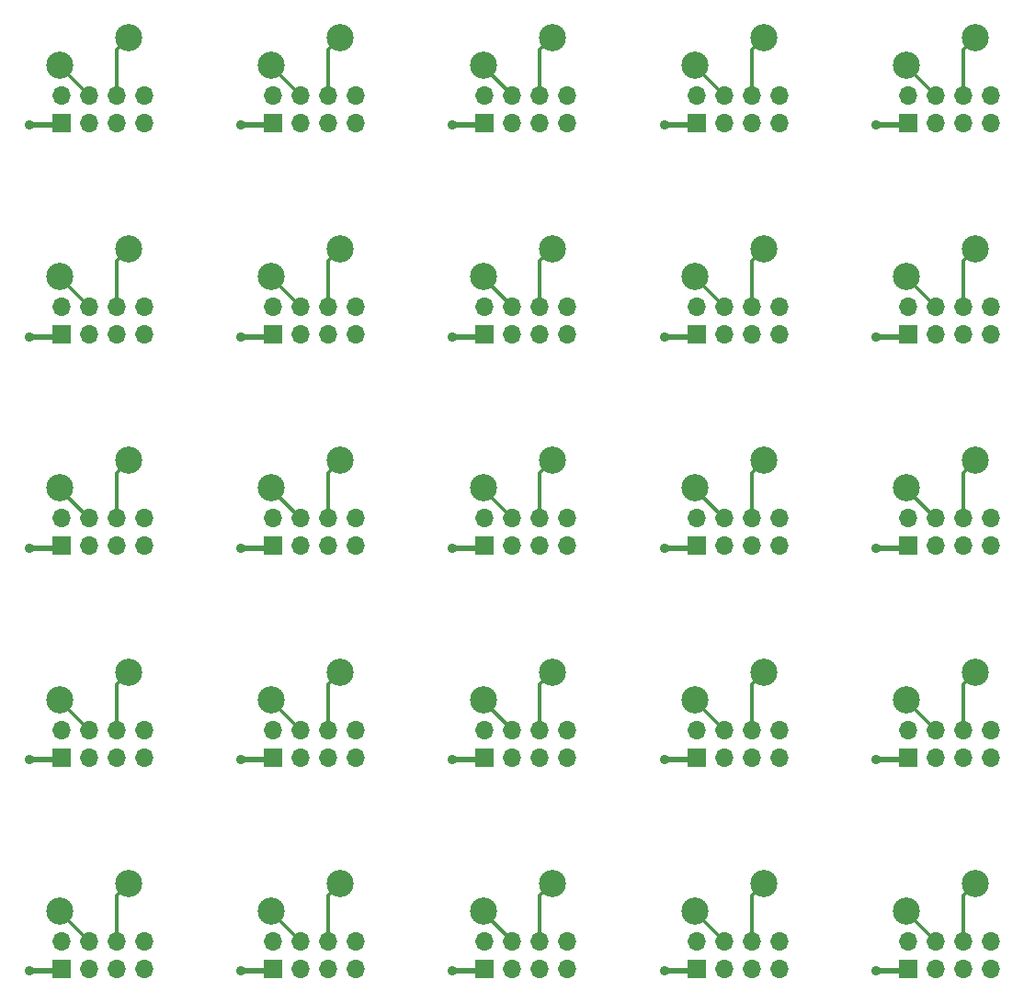
<source format=gbl>
G04 #@! TF.GenerationSoftware,KiCad,Pcbnew,8.0.0-8.0.0-1~ubuntu22.04.1*
G04 #@! TF.CreationDate,2024-03-04T18:16:00+01:00*
G04 #@! TF.ProjectId,1x1_panel,3178315f-7061-46e6-956c-2e6b69636164,rev?*
G04 #@! TF.SameCoordinates,Original*
G04 #@! TF.FileFunction,Copper,L2,Bot*
G04 #@! TF.FilePolarity,Positive*
%FSLAX46Y46*%
G04 Gerber Fmt 4.6, Leading zero omitted, Abs format (unit mm)*
G04 Created by KiCad (PCBNEW 8.0.0-8.0.0-1~ubuntu22.04.1) date 2024-03-04 18:16:00*
%MOMM*%
%LPD*%
G01*
G04 APERTURE LIST*
G04 #@! TA.AperFunction,ComponentPad*
%ADD10R,1.700000X1.700000*%
G04 #@! TD*
G04 #@! TA.AperFunction,ComponentPad*
%ADD11O,1.700000X1.700000*%
G04 #@! TD*
G04 #@! TA.AperFunction,ComponentPad*
%ADD12C,2.500000*%
G04 #@! TD*
G04 #@! TA.AperFunction,ViaPad*
%ADD13C,0.900000*%
G04 #@! TD*
G04 #@! TA.AperFunction,Conductor*
%ADD14C,0.500000*%
G04 #@! TD*
G04 #@! TA.AperFunction,Conductor*
%ADD15C,0.300000*%
G04 #@! TD*
G04 APERTURE END LIST*
D10*
X23950000Y-9540000D03*
D11*
X23950000Y-7000000D03*
X26490000Y-9540000D03*
X26490000Y-7000000D03*
X29030000Y-9540000D03*
X29030000Y-7000000D03*
X31570000Y-9540000D03*
X31570000Y-7000000D03*
D12*
X23815000Y-4210000D03*
X30165000Y-1670000D03*
D10*
X82450000Y-87540000D03*
D11*
X82450000Y-85000000D03*
X84990000Y-87540000D03*
X84990000Y-85000000D03*
X87530000Y-87540000D03*
X87530000Y-85000000D03*
X90070000Y-87540000D03*
X90070000Y-85000000D03*
D12*
X82315000Y-82210000D03*
X88665000Y-79670000D03*
D10*
X62950000Y-87540000D03*
D11*
X62950000Y-85000000D03*
X65490000Y-87540000D03*
X65490000Y-85000000D03*
X68030000Y-87540000D03*
X68030000Y-85000000D03*
X70570000Y-87540000D03*
X70570000Y-85000000D03*
D12*
X62815000Y-82210000D03*
X69165000Y-79670000D03*
D10*
X43450000Y-87540000D03*
D11*
X43450000Y-85000000D03*
X45990000Y-87540000D03*
X45990000Y-85000000D03*
X48530000Y-87540000D03*
X48530000Y-85000000D03*
X51070000Y-87540000D03*
X51070000Y-85000000D03*
D12*
X43315000Y-82210000D03*
X49665000Y-79670000D03*
D10*
X23950000Y-87540000D03*
D11*
X23950000Y-85000000D03*
X26490000Y-87540000D03*
X26490000Y-85000000D03*
X29030000Y-87540000D03*
X29030000Y-85000000D03*
X31570000Y-87540000D03*
X31570000Y-85000000D03*
D12*
X23815000Y-82210000D03*
X30165000Y-79670000D03*
D10*
X4450000Y-87540000D03*
D11*
X4450000Y-85000000D03*
X6990000Y-87540000D03*
X6990000Y-85000000D03*
X9530000Y-87540000D03*
X9530000Y-85000000D03*
X12070000Y-87540000D03*
X12070000Y-85000000D03*
D12*
X4315000Y-82210000D03*
X10665000Y-79670000D03*
D10*
X82450000Y-68040000D03*
D11*
X82450000Y-65500000D03*
X84990000Y-68040000D03*
X84990000Y-65500000D03*
X87530000Y-68040000D03*
X87530000Y-65500000D03*
X90070000Y-68040000D03*
X90070000Y-65500000D03*
D12*
X82315000Y-62710000D03*
X88665000Y-60170000D03*
D10*
X62950000Y-68040000D03*
D11*
X62950000Y-65500000D03*
X65490000Y-68040000D03*
X65490000Y-65500000D03*
X68030000Y-68040000D03*
X68030000Y-65500000D03*
X70570000Y-68040000D03*
X70570000Y-65500000D03*
D12*
X62815000Y-62710000D03*
X69165000Y-60170000D03*
D10*
X43450000Y-68040000D03*
D11*
X43450000Y-65500000D03*
X45990000Y-68040000D03*
X45990000Y-65500000D03*
X48530000Y-68040000D03*
X48530000Y-65500000D03*
X51070000Y-68040000D03*
X51070000Y-65500000D03*
D12*
X43315000Y-62710000D03*
X49665000Y-60170000D03*
D10*
X23950000Y-68040000D03*
D11*
X23950000Y-65500000D03*
X26490000Y-68040000D03*
X26490000Y-65500000D03*
X29030000Y-68040000D03*
X29030000Y-65500000D03*
X31570000Y-68040000D03*
X31570000Y-65500000D03*
D12*
X23815000Y-62710000D03*
X30165000Y-60170000D03*
D10*
X4450000Y-68040000D03*
D11*
X4450000Y-65500000D03*
X6990000Y-68040000D03*
X6990000Y-65500000D03*
X9530000Y-68040000D03*
X9530000Y-65500000D03*
X12070000Y-68040000D03*
X12070000Y-65500000D03*
D12*
X4315000Y-62710000D03*
X10665000Y-60170000D03*
D10*
X82450000Y-48540000D03*
D11*
X82450000Y-46000000D03*
X84990000Y-48540000D03*
X84990000Y-46000000D03*
X87530000Y-48540000D03*
X87530000Y-46000000D03*
X90070000Y-48540000D03*
X90070000Y-46000000D03*
D12*
X82315000Y-43210000D03*
X88665000Y-40670000D03*
D10*
X62950000Y-48540000D03*
D11*
X62950000Y-46000000D03*
X65490000Y-48540000D03*
X65490000Y-46000000D03*
X68030000Y-48540000D03*
X68030000Y-46000000D03*
X70570000Y-48540000D03*
X70570000Y-46000000D03*
D12*
X62815000Y-43210000D03*
X69165000Y-40670000D03*
D10*
X43450000Y-48540000D03*
D11*
X43450000Y-46000000D03*
X45990000Y-48540000D03*
X45990000Y-46000000D03*
X48530000Y-48540000D03*
X48530000Y-46000000D03*
X51070000Y-48540000D03*
X51070000Y-46000000D03*
D12*
X43315000Y-43210000D03*
X49665000Y-40670000D03*
D10*
X23950000Y-48540000D03*
D11*
X23950000Y-46000000D03*
X26490000Y-48540000D03*
X26490000Y-46000000D03*
X29030000Y-48540000D03*
X29030000Y-46000000D03*
X31570000Y-48540000D03*
X31570000Y-46000000D03*
D12*
X23815000Y-43210000D03*
X30165000Y-40670000D03*
D10*
X4450000Y-48540000D03*
D11*
X4450000Y-46000000D03*
X6990000Y-48540000D03*
X6990000Y-46000000D03*
X9530000Y-48540000D03*
X9530000Y-46000000D03*
X12070000Y-48540000D03*
X12070000Y-46000000D03*
D12*
X4315000Y-43210000D03*
X10665000Y-40670000D03*
D10*
X82450000Y-29040000D03*
D11*
X82450000Y-26500000D03*
X84990000Y-29040000D03*
X84990000Y-26500000D03*
X87530000Y-29040000D03*
X87530000Y-26500000D03*
X90070000Y-29040000D03*
X90070000Y-26500000D03*
D12*
X82315000Y-23710000D03*
X88665000Y-21170000D03*
D10*
X62950000Y-29040000D03*
D11*
X62950000Y-26500000D03*
X65490000Y-29040000D03*
X65490000Y-26500000D03*
X68030000Y-29040000D03*
X68030000Y-26500000D03*
X70570000Y-29040000D03*
X70570000Y-26500000D03*
D12*
X62815000Y-23710000D03*
X69165000Y-21170000D03*
D10*
X43450000Y-29040000D03*
D11*
X43450000Y-26500000D03*
X45990000Y-29040000D03*
X45990000Y-26500000D03*
X48530000Y-29040000D03*
X48530000Y-26500000D03*
X51070000Y-29040000D03*
X51070000Y-26500000D03*
D12*
X43315000Y-23710000D03*
X49665000Y-21170000D03*
D10*
X23950000Y-29040000D03*
D11*
X23950000Y-26500000D03*
X26490000Y-29040000D03*
X26490000Y-26500000D03*
X29030000Y-29040000D03*
X29030000Y-26500000D03*
X31570000Y-29040000D03*
X31570000Y-26500000D03*
D12*
X23815000Y-23710000D03*
X30165000Y-21170000D03*
D10*
X4450000Y-29040000D03*
D11*
X4450000Y-26500000D03*
X6990000Y-29040000D03*
X6990000Y-26500000D03*
X9530000Y-29040000D03*
X9530000Y-26500000D03*
X12070000Y-29040000D03*
X12070000Y-26500000D03*
D12*
X4315000Y-23710000D03*
X10665000Y-21170000D03*
D10*
X82450000Y-9540000D03*
D11*
X82450000Y-7000000D03*
X84990000Y-9540000D03*
X84990000Y-7000000D03*
X87530000Y-9540000D03*
X87530000Y-7000000D03*
X90070000Y-9540000D03*
X90070000Y-7000000D03*
D12*
X82315000Y-4210000D03*
X88665000Y-1670000D03*
D10*
X62950000Y-9540000D03*
D11*
X62950000Y-7000000D03*
X65490000Y-9540000D03*
X65490000Y-7000000D03*
X68030000Y-9540000D03*
X68030000Y-7000000D03*
X70570000Y-9540000D03*
X70570000Y-7000000D03*
D12*
X62815000Y-4210000D03*
X69165000Y-1670000D03*
D10*
X43450000Y-9540000D03*
D11*
X43450000Y-7000000D03*
X45990000Y-9540000D03*
X45990000Y-7000000D03*
X48530000Y-9540000D03*
X48530000Y-7000000D03*
X51070000Y-9540000D03*
X51070000Y-7000000D03*
D12*
X43315000Y-4210000D03*
X49665000Y-1670000D03*
X4315000Y-4210000D03*
X10665000Y-1670000D03*
D10*
X4450000Y-9540000D03*
D11*
X4450000Y-7000000D03*
X6990000Y-9540000D03*
X6990000Y-7000000D03*
X9530000Y-9540000D03*
X9530000Y-7000000D03*
X12070000Y-9540000D03*
X12070000Y-7000000D03*
D13*
X21000000Y-9750000D03*
X79500000Y-87750000D03*
X60000000Y-87750000D03*
X40500000Y-87750000D03*
X21000000Y-87750000D03*
X1500000Y-87750000D03*
X79500000Y-68250000D03*
X60000000Y-68250000D03*
X40500000Y-68250000D03*
X21000000Y-68250000D03*
X1500000Y-68250000D03*
X79500000Y-48750000D03*
X60000000Y-48750000D03*
X40500000Y-48750000D03*
X21000000Y-48750000D03*
X1500000Y-48750000D03*
X79500000Y-29250000D03*
X60000000Y-29250000D03*
X40500000Y-29250000D03*
X21000000Y-29250000D03*
X1500000Y-29250000D03*
X79500000Y-9750000D03*
X60000000Y-9750000D03*
X40500000Y-9750000D03*
X1500000Y-9750000D03*
D14*
X21000000Y-9750000D02*
X23740000Y-9750000D01*
X23740000Y-9750000D02*
X23950000Y-9540000D01*
D15*
X26490000Y-7000000D02*
X23815000Y-4325000D01*
X23815000Y-4325000D02*
X23815000Y-4210000D01*
X29030000Y-2805000D02*
X30165000Y-1670000D01*
X29030000Y-7000000D02*
X29030000Y-2805000D01*
X84990000Y-85000000D02*
X82315000Y-82325000D01*
D14*
X79500000Y-87750000D02*
X82240000Y-87750000D01*
X82240000Y-87750000D02*
X82450000Y-87540000D01*
D15*
X82315000Y-82325000D02*
X82315000Y-82210000D01*
X87530000Y-80805000D02*
X88665000Y-79670000D01*
X87530000Y-85000000D02*
X87530000Y-80805000D01*
D14*
X60000000Y-87750000D02*
X62740000Y-87750000D01*
X62740000Y-87750000D02*
X62950000Y-87540000D01*
D15*
X65490000Y-85000000D02*
X62815000Y-82325000D01*
X62815000Y-82325000D02*
X62815000Y-82210000D01*
X68030000Y-80805000D02*
X69165000Y-79670000D01*
X68030000Y-85000000D02*
X68030000Y-80805000D01*
X45990000Y-85000000D02*
X43315000Y-82325000D01*
D14*
X43240000Y-87750000D02*
X43450000Y-87540000D01*
X40500000Y-87750000D02*
X43240000Y-87750000D01*
D15*
X43315000Y-82325000D02*
X43315000Y-82210000D01*
X48530000Y-80805000D02*
X49665000Y-79670000D01*
X48530000Y-85000000D02*
X48530000Y-80805000D01*
D14*
X21000000Y-87750000D02*
X23740000Y-87750000D01*
X23740000Y-87750000D02*
X23950000Y-87540000D01*
D15*
X26490000Y-85000000D02*
X23815000Y-82325000D01*
X23815000Y-82325000D02*
X23815000Y-82210000D01*
X29030000Y-80805000D02*
X30165000Y-79670000D01*
X29030000Y-85000000D02*
X29030000Y-80805000D01*
D14*
X4240000Y-87750000D02*
X4450000Y-87540000D01*
X1500000Y-87750000D02*
X4240000Y-87750000D01*
D15*
X4315000Y-82325000D02*
X4315000Y-82210000D01*
X6990000Y-85000000D02*
X4315000Y-82325000D01*
X9530000Y-80805000D02*
X10665000Y-79670000D01*
X9530000Y-85000000D02*
X9530000Y-80805000D01*
X84990000Y-65500000D02*
X82315000Y-62825000D01*
D14*
X79500000Y-68250000D02*
X82240000Y-68250000D01*
X82240000Y-68250000D02*
X82450000Y-68040000D01*
D15*
X82315000Y-62825000D02*
X82315000Y-62710000D01*
X87530000Y-61305000D02*
X88665000Y-60170000D01*
X87530000Y-65500000D02*
X87530000Y-61305000D01*
D14*
X60000000Y-68250000D02*
X62740000Y-68250000D01*
D15*
X68030000Y-61305000D02*
X69165000Y-60170000D01*
D14*
X62740000Y-68250000D02*
X62950000Y-68040000D01*
D15*
X62815000Y-62825000D02*
X62815000Y-62710000D01*
X65490000Y-65500000D02*
X62815000Y-62825000D01*
X68030000Y-65500000D02*
X68030000Y-61305000D01*
D14*
X40500000Y-68250000D02*
X43240000Y-68250000D01*
X43240000Y-68250000D02*
X43450000Y-68040000D01*
D15*
X45990000Y-65500000D02*
X43315000Y-62825000D01*
X43315000Y-62825000D02*
X43315000Y-62710000D01*
X48530000Y-61305000D02*
X49665000Y-60170000D01*
X48530000Y-65500000D02*
X48530000Y-61305000D01*
D14*
X21000000Y-68250000D02*
X23740000Y-68250000D01*
X23740000Y-68250000D02*
X23950000Y-68040000D01*
D15*
X26490000Y-65500000D02*
X23815000Y-62825000D01*
X23815000Y-62825000D02*
X23815000Y-62710000D01*
X29030000Y-61305000D02*
X30165000Y-60170000D01*
X29030000Y-65500000D02*
X29030000Y-61305000D01*
D14*
X1500000Y-68250000D02*
X4240000Y-68250000D01*
X4240000Y-68250000D02*
X4450000Y-68040000D01*
D15*
X6990000Y-65500000D02*
X4315000Y-62825000D01*
X4315000Y-62825000D02*
X4315000Y-62710000D01*
X9530000Y-61305000D02*
X10665000Y-60170000D01*
X9530000Y-65500000D02*
X9530000Y-61305000D01*
X87530000Y-46000000D02*
X87530000Y-41805000D01*
D14*
X79500000Y-48750000D02*
X82240000Y-48750000D01*
X82240000Y-48750000D02*
X82450000Y-48540000D01*
D15*
X84990000Y-46000000D02*
X82315000Y-43325000D01*
X82315000Y-43325000D02*
X82315000Y-43210000D01*
X87530000Y-41805000D02*
X88665000Y-40670000D01*
X62815000Y-43325000D02*
X62815000Y-43210000D01*
D14*
X60000000Y-48750000D02*
X62740000Y-48750000D01*
X62740000Y-48750000D02*
X62950000Y-48540000D01*
D15*
X65490000Y-46000000D02*
X62815000Y-43325000D01*
X68030000Y-41805000D02*
X69165000Y-40670000D01*
X68030000Y-46000000D02*
X68030000Y-41805000D01*
D14*
X40500000Y-48750000D02*
X43240000Y-48750000D01*
X43240000Y-48750000D02*
X43450000Y-48540000D01*
D15*
X45990000Y-46000000D02*
X43315000Y-43325000D01*
X43315000Y-43325000D02*
X43315000Y-43210000D01*
X48530000Y-41805000D02*
X49665000Y-40670000D01*
X48530000Y-46000000D02*
X48530000Y-41805000D01*
X29030000Y-46000000D02*
X29030000Y-41805000D01*
X26490000Y-46000000D02*
X23815000Y-43325000D01*
X23815000Y-43325000D02*
X23815000Y-43210000D01*
D14*
X21000000Y-48750000D02*
X23740000Y-48750000D01*
X23740000Y-48750000D02*
X23950000Y-48540000D01*
D15*
X29030000Y-41805000D02*
X30165000Y-40670000D01*
D14*
X1500000Y-48750000D02*
X4240000Y-48750000D01*
X4240000Y-48750000D02*
X4450000Y-48540000D01*
D15*
X6990000Y-46000000D02*
X4315000Y-43325000D01*
X4315000Y-43325000D02*
X4315000Y-43210000D01*
X9530000Y-41805000D02*
X10665000Y-40670000D01*
X9530000Y-46000000D02*
X9530000Y-41805000D01*
X87530000Y-26500000D02*
X87530000Y-22305000D01*
D14*
X79500000Y-29250000D02*
X82240000Y-29250000D01*
X82240000Y-29250000D02*
X82450000Y-29040000D01*
D15*
X84990000Y-26500000D02*
X82315000Y-23825000D01*
X82315000Y-23825000D02*
X82315000Y-23710000D01*
X87530000Y-22305000D02*
X88665000Y-21170000D01*
X68030000Y-26500000D02*
X68030000Y-22305000D01*
D14*
X60000000Y-29250000D02*
X62740000Y-29250000D01*
X62740000Y-29250000D02*
X62950000Y-29040000D01*
D15*
X68030000Y-22305000D02*
X69165000Y-21170000D01*
X65490000Y-26500000D02*
X62815000Y-23825000D01*
X62815000Y-23825000D02*
X62815000Y-23710000D01*
D14*
X40500000Y-29250000D02*
X43240000Y-29250000D01*
X43240000Y-29250000D02*
X43450000Y-29040000D01*
D15*
X45990000Y-26500000D02*
X43315000Y-23825000D01*
X43315000Y-23825000D02*
X43315000Y-23710000D01*
X48530000Y-22305000D02*
X49665000Y-21170000D01*
X48530000Y-26500000D02*
X48530000Y-22305000D01*
X29030000Y-22305000D02*
X30165000Y-21170000D01*
X23815000Y-23825000D02*
X23815000Y-23710000D01*
D14*
X21000000Y-29250000D02*
X23740000Y-29250000D01*
X23740000Y-29250000D02*
X23950000Y-29040000D01*
D15*
X26490000Y-26500000D02*
X23815000Y-23825000D01*
X29030000Y-26500000D02*
X29030000Y-22305000D01*
D14*
X4240000Y-29250000D02*
X4450000Y-29040000D01*
D15*
X4315000Y-23825000D02*
X4315000Y-23710000D01*
D14*
X1500000Y-29250000D02*
X4240000Y-29250000D01*
D15*
X6990000Y-26500000D02*
X4315000Y-23825000D01*
X9530000Y-22305000D02*
X10665000Y-21170000D01*
X9530000Y-26500000D02*
X9530000Y-22305000D01*
D14*
X79500000Y-9750000D02*
X82240000Y-9750000D01*
X82240000Y-9750000D02*
X82450000Y-9540000D01*
D15*
X82315000Y-4325000D02*
X82315000Y-4210000D01*
X84990000Y-7000000D02*
X82315000Y-4325000D01*
X87530000Y-2805000D02*
X88665000Y-1670000D01*
X87530000Y-7000000D02*
X87530000Y-2805000D01*
D14*
X60000000Y-9750000D02*
X62740000Y-9750000D01*
X62740000Y-9750000D02*
X62950000Y-9540000D01*
D15*
X62815000Y-4325000D02*
X62815000Y-4210000D01*
X65490000Y-7000000D02*
X62815000Y-4325000D01*
X68030000Y-2805000D02*
X69165000Y-1670000D01*
X68030000Y-7000000D02*
X68030000Y-2805000D01*
D14*
X40500000Y-9750000D02*
X43240000Y-9750000D01*
X43240000Y-9750000D02*
X43450000Y-9540000D01*
D15*
X45990000Y-7000000D02*
X43315000Y-4325000D01*
X43315000Y-4325000D02*
X43315000Y-4210000D01*
X48530000Y-2805000D02*
X49665000Y-1670000D01*
X48530000Y-7000000D02*
X48530000Y-2805000D01*
X6990000Y-7000000D02*
X4315000Y-4325000D01*
X4315000Y-4325000D02*
X4315000Y-4210000D01*
X9530000Y-7000000D02*
X9530000Y-2805000D01*
X9530000Y-2805000D02*
X10665000Y-1670000D01*
D14*
X1500000Y-9750000D02*
X4240000Y-9750000D01*
X4240000Y-9750000D02*
X4450000Y-9540000D01*
M02*

</source>
